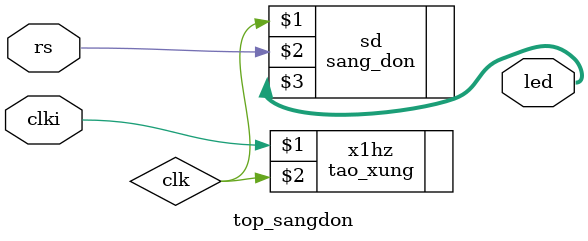
<source format=v>
`timescale 1ns / 1ps
module top_sangdon(
   input clki,
input rs,
output [7:0]led
    );
wire clk;
tao_xung x1hz(clki,clk);	
sang_don sd(clk,rs,led);
endmodule

</source>
